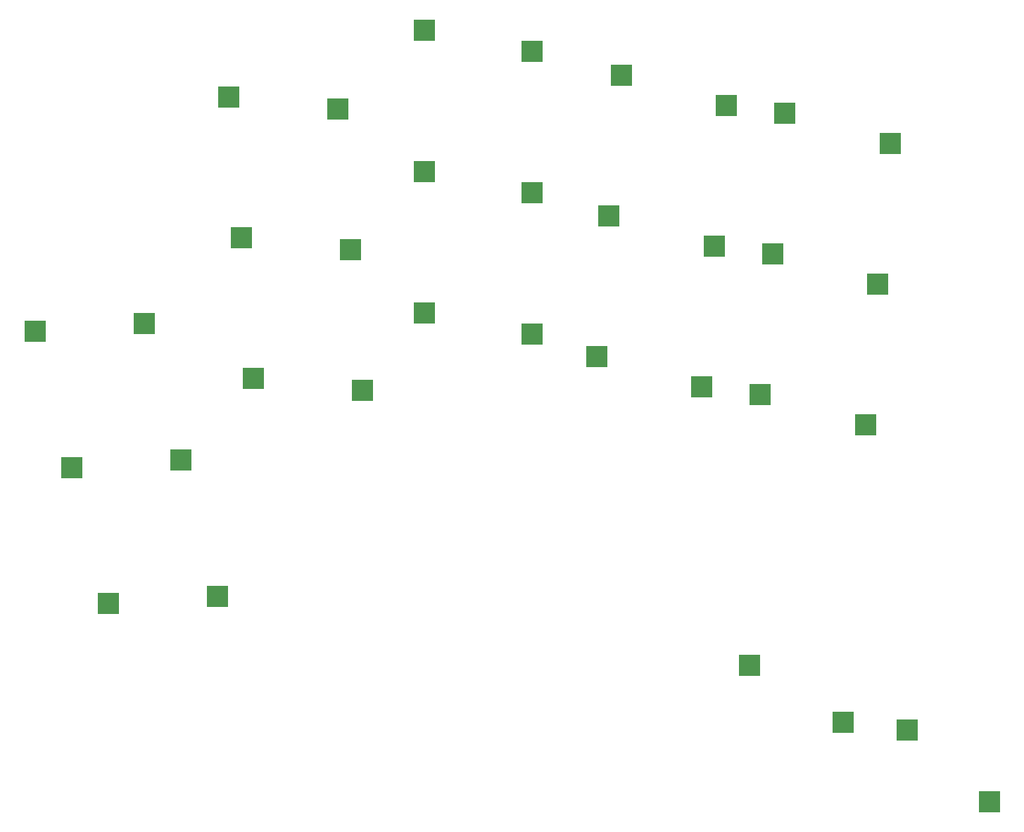
<source format=gbr>
%TF.GenerationSoftware,KiCad,Pcbnew,(6.0.2-0)*%
%TF.CreationDate,2022-03-23T10:44:17-07:00*%
%TF.ProjectId,Untitled,556e7469-746c-4656-942e-6b696361645f,v1.0.0*%
%TF.SameCoordinates,Original*%
%TF.FileFunction,Paste,Top*%
%TF.FilePolarity,Positive*%
%FSLAX46Y46*%
G04 Gerber Fmt 4.6, Leading zero omitted, Abs format (unit mm)*
G04 Created by KiCad (PCBNEW (6.0.2-0)) date 2022-03-23 10:44:17*
%MOMM*%
%LPD*%
G01*
G04 APERTURE LIST*
%ADD10R,2.550000X2.500000*%
G04 APERTURE END LIST*
D10*
%TO.C,S5*%
X10986413Y36549402D03*
X-2157510Y35657099D03*
%TD*%
%TO.C,S23*%
X81041491Y62813985D03*
X68385058Y66470982D03*
%TD*%
%TO.C,S3*%
X15386337Y20128663D03*
X2242414Y19236360D03*
%TD*%
%TO.C,S13*%
X57602133Y35301886D03*
X44675133Y37841886D03*
%TD*%
%TO.C,S1*%
X19786260Y3707924D03*
X6642337Y2815621D03*
%TD*%
%TO.C,S11*%
X34275038Y62414586D03*
X21175853Y63818258D03*
%TD*%
%TO.C,S31*%
X95038891Y-11442150D03*
X83760216Y-4634037D03*
%TD*%
%TO.C,S27*%
X99236796Y41313008D03*
X86580363Y44970005D03*
%TD*%
%TO.C,S29*%
X100718444Y58248318D03*
X88062011Y61905315D03*
%TD*%
%TO.C,S21*%
X79559844Y45878675D03*
X66903411Y49535672D03*
%TD*%
%TO.C,S25*%
X97755149Y24377698D03*
X85098716Y28034695D03*
%TD*%
%TO.C,S15*%
X57602133Y52301886D03*
X44675133Y54841886D03*
%TD*%
%TO.C,S7*%
X37238333Y28543966D03*
X24139148Y29947638D03*
%TD*%
%TO.C,S9*%
X35756685Y45479276D03*
X22657500Y46882948D03*
%TD*%
%TO.C,S19*%
X78078196Y28943365D03*
X65421763Y32600362D03*
%TD*%
%TO.C,S33*%
X112670499Y-21026572D03*
X102745389Y-12363368D03*
%TD*%
%TO.C,S17*%
X57602133Y69301886D03*
X44675133Y71841886D03*
%TD*%
M02*

</source>
